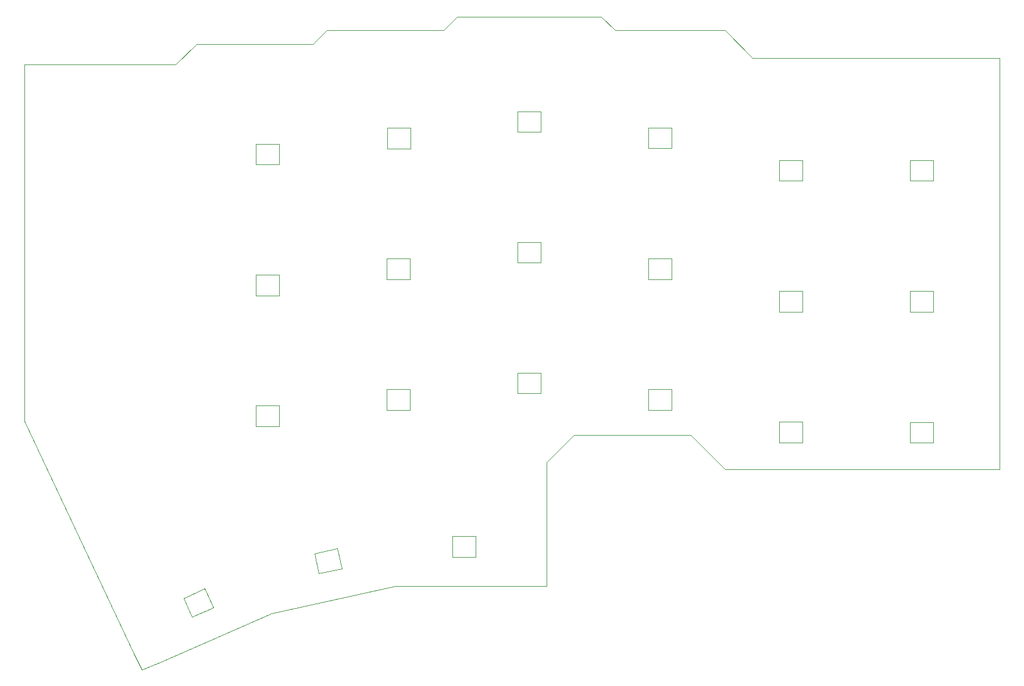
<source format=gbr>
%TF.GenerationSoftware,KiCad,Pcbnew,8.0.8*%
%TF.CreationDate,2025-03-11T20:04:37-04:00*%
%TF.ProjectId,Keyboard,4b657962-6f61-4726-942e-6b696361645f,rev?*%
%TF.SameCoordinates,Original*%
%TF.FileFunction,Profile,NP*%
%FSLAX46Y46*%
G04 Gerber Fmt 4.6, Leading zero omitted, Abs format (unit mm)*
G04 Created by KiCad (PCBNEW 8.0.8) date 2025-03-11 20:04:37*
%MOMM*%
%LPD*%
G01*
G04 APERTURE LIST*
%TA.AperFunction,Profile*%
%ADD10C,0.050000*%
%TD*%
%TA.AperFunction,Profile*%
%ADD11C,0.120000*%
%TD*%
G04 APERTURE END LIST*
D10*
X279420000Y-246840000D02*
X276500000Y-248000000D01*
X335420000Y-235840000D02*
X313420000Y-235840000D01*
X401420000Y-158840000D02*
X401420000Y-218840000D01*
X313420000Y-235840000D02*
X295420000Y-239840000D01*
X335420000Y-217840000D02*
X335420000Y-235840000D01*
X320420000Y-154840000D02*
X322420000Y-152840000D01*
X276420000Y-247840000D02*
X276500000Y-248000000D01*
X300420000Y-156840000D02*
X301420000Y-156840000D01*
X319420000Y-154840000D02*
X320420000Y-154840000D01*
X401420000Y-218840000D02*
X361420000Y-218840000D01*
X301420000Y-156840000D02*
X303420000Y-154840000D01*
X365420000Y-158840000D02*
X401420000Y-158840000D01*
X322420000Y-152840000D02*
X343420000Y-152840000D01*
X361420000Y-154840000D02*
X365420000Y-158840000D01*
X303420000Y-154840000D02*
X319420000Y-154840000D01*
X361420000Y-218840000D02*
X356420000Y-213840000D01*
X275420000Y-245840000D02*
X276420000Y-247840000D01*
X343420000Y-152840000D02*
X345420000Y-154840000D01*
X275420000Y-245840000D02*
X259420000Y-211840000D01*
X259420000Y-211840000D02*
X259420000Y-159840000D01*
X339420000Y-213840000D02*
X335420000Y-217840000D01*
X295420000Y-239840000D02*
X279420000Y-246840000D01*
X281420000Y-159840000D02*
X284420000Y-156840000D01*
X284420000Y-156840000D02*
X300420000Y-156840000D01*
X356420000Y-213840000D02*
X339420000Y-213840000D01*
X259420000Y-159840000D02*
X281420000Y-159840000D01*
X345420000Y-154840000D02*
X361420000Y-154840000D01*
D11*
%TO.C,D23*%
X305598512Y-233317221D02*
X302272047Y-234020521D01*
X302272047Y-234020521D02*
X301651488Y-231085405D01*
X304977953Y-230382105D02*
X305598512Y-233317221D01*
X301651488Y-231085405D02*
X304977953Y-230382105D01*
%TO.C,D51*%
X331205000Y-185723000D02*
X334605000Y-185723000D01*
X334605000Y-185723000D02*
X334605000Y-188723000D01*
X331205000Y-188723000D02*
X331205000Y-185723000D01*
X334605000Y-188723000D02*
X331205000Y-188723000D01*
%TO.C,D22*%
X282569976Y-237593262D02*
X285678944Y-236216920D01*
X285678944Y-236216920D02*
X286893364Y-238960128D01*
X283784396Y-240336470D02*
X282569976Y-237593262D01*
X286893364Y-238960128D02*
X283784396Y-240336470D01*
%TO.C,D48*%
X388355000Y-173766000D02*
X391755000Y-173766000D01*
X391755000Y-173766000D02*
X391755000Y-176766000D01*
X388355000Y-176766000D02*
X388355000Y-173766000D01*
X391755000Y-176766000D02*
X388355000Y-176766000D01*
%TO.C,D24*%
X321680000Y-228585000D02*
X325080000Y-228585000D01*
X325080000Y-228585000D02*
X325080000Y-231585000D01*
X321680000Y-231585000D02*
X321680000Y-228585000D01*
X325080000Y-231585000D02*
X321680000Y-231585000D01*
%TO.C,D47*%
X369305000Y-173779000D02*
X372705000Y-173779000D01*
X372705000Y-173779000D02*
X372705000Y-176779000D01*
X369305000Y-176779000D02*
X369305000Y-173779000D01*
X372705000Y-176779000D02*
X369305000Y-176779000D01*
%TO.C,D54*%
X388355000Y-192861000D02*
X391755000Y-192861000D01*
X391755000Y-192861000D02*
X391755000Y-195861000D01*
X388355000Y-195861000D02*
X388355000Y-192861000D01*
X391755000Y-195861000D02*
X388355000Y-195861000D01*
%TO.C,D57*%
X331205000Y-204773000D02*
X334605000Y-204773000D01*
X334605000Y-204773000D02*
X334605000Y-207773000D01*
X331205000Y-207773000D02*
X331205000Y-204773000D01*
X334605000Y-207773000D02*
X331205000Y-207773000D01*
%TO.C,D46*%
X350255000Y-169042000D02*
X353655000Y-169042000D01*
X353655000Y-169042000D02*
X353655000Y-172042000D01*
X350255000Y-172042000D02*
X350255000Y-169042000D01*
X353655000Y-172042000D02*
X350255000Y-172042000D01*
%TO.C,D49*%
X293105000Y-190485000D02*
X296505000Y-190485000D01*
X296505000Y-190485000D02*
X296505000Y-193485000D01*
X293105000Y-193485000D02*
X293105000Y-190485000D01*
X296505000Y-193485000D02*
X293105000Y-193485000D01*
%TO.C,D52*%
X350255000Y-188104000D02*
X353655000Y-188104000D01*
X353655000Y-188104000D02*
X353655000Y-191104000D01*
X350255000Y-191104000D02*
X350255000Y-188104000D01*
X353655000Y-191104000D02*
X350255000Y-191104000D01*
%TO.C,D60*%
X388355000Y-211941000D02*
X391755000Y-211941000D01*
X391755000Y-211941000D02*
X391755000Y-214941000D01*
X388355000Y-214941000D02*
X388355000Y-211941000D01*
X391755000Y-214941000D02*
X388355000Y-214941000D01*
%TO.C,D55*%
X293105000Y-209535000D02*
X296505000Y-209535000D01*
X296505000Y-209535000D02*
X296505000Y-212535000D01*
X293105000Y-212535000D02*
X293105000Y-209535000D01*
X296505000Y-212535000D02*
X293105000Y-212535000D01*
%TO.C,D59*%
X369305000Y-211917000D02*
X372705000Y-211917000D01*
X372705000Y-211917000D02*
X372705000Y-214917000D01*
X369305000Y-214917000D02*
X369305000Y-211917000D01*
X372705000Y-214917000D02*
X369305000Y-214917000D01*
%TO.C,D58*%
X350255000Y-207154000D02*
X353655000Y-207154000D01*
X353655000Y-207154000D02*
X353655000Y-210154000D01*
X350255000Y-210154000D02*
X350255000Y-207154000D01*
X353655000Y-210154000D02*
X350255000Y-210154000D01*
%TO.C,D44*%
X312205000Y-169080000D02*
X315605000Y-169080000D01*
X315605000Y-169080000D02*
X315605000Y-172080000D01*
X312205000Y-172080000D02*
X312205000Y-169080000D01*
X315605000Y-172080000D02*
X312205000Y-172080000D01*
%TO.C,D56*%
X312155000Y-207154000D02*
X315555000Y-207154000D01*
X315555000Y-207154000D02*
X315555000Y-210154000D01*
X312155000Y-210154000D02*
X312155000Y-207154000D01*
X315555000Y-210154000D02*
X312155000Y-210154000D01*
%TO.C,D53*%
X369305000Y-192867000D02*
X372705000Y-192867000D01*
X372705000Y-192867000D02*
X372705000Y-195867000D01*
X369305000Y-195867000D02*
X369305000Y-192867000D01*
X372705000Y-195867000D02*
X369305000Y-195867000D01*
%TO.C,D50*%
X312155000Y-188104000D02*
X315555000Y-188104000D01*
X315555000Y-188104000D02*
X315555000Y-191104000D01*
X312155000Y-191104000D02*
X312155000Y-188104000D01*
X315555000Y-191104000D02*
X312155000Y-191104000D01*
%TO.C,D43*%
X293105000Y-171410000D02*
X296505000Y-171410000D01*
X296505000Y-171410000D02*
X296505000Y-174410000D01*
X293105000Y-174410000D02*
X293105000Y-171410000D01*
X296505000Y-174410000D02*
X293105000Y-174410000D01*
%TO.C,D45*%
X331205000Y-166673000D02*
X334605000Y-166673000D01*
X334605000Y-166673000D02*
X334605000Y-169673000D01*
X331205000Y-169673000D02*
X331205000Y-166673000D01*
X334605000Y-169673000D02*
X331205000Y-169673000D01*
%TD*%
M02*

</source>
